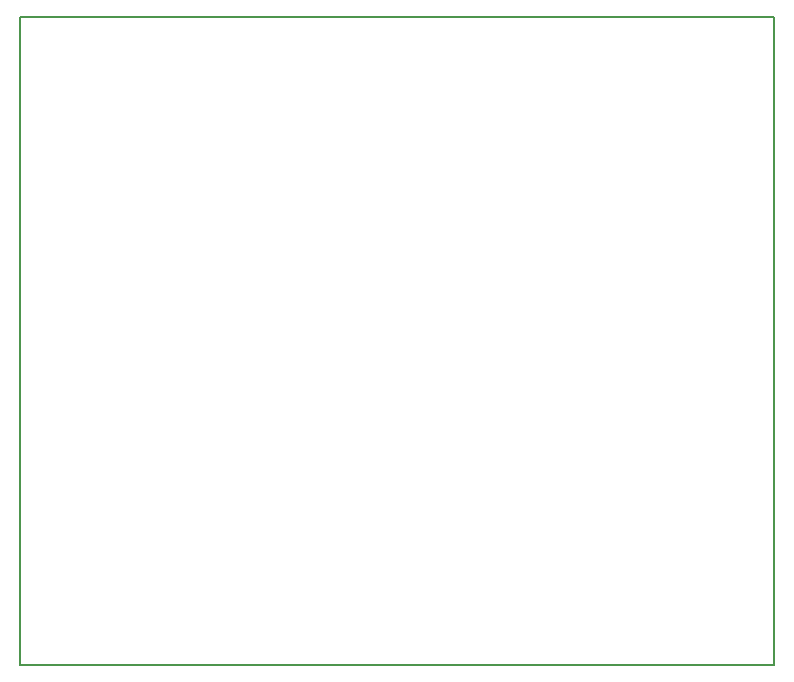
<source format=gm1>
G04 MADE WITH FRITZING*
G04 WWW.FRITZING.ORG*
G04 DOUBLE SIDED*
G04 HOLES PLATED*
G04 CONTOUR ON CENTER OF CONTOUR VECTOR*
%ASAXBY*%
%FSLAX23Y23*%
%MOIN*%
%OFA0B0*%
%SFA1.0B1.0*%
%ADD10R,2.519690X2.165350*%
%ADD11C,0.008000*%
%ADD10C,0.008*%
%LNCONTOUR*%
G90*
G70*
G54D10*
G54D11*
X8Y2157D02*
X2520Y2157D01*
X2520Y0D01*
X8Y0D01*
X8Y2157D01*
D02*
G04 End of contour*
M02*
</source>
